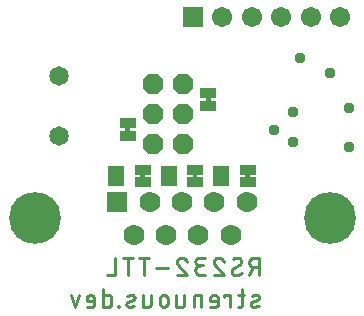
<source format=gbr>
G04 EAGLE Gerber RS-274X export*
G75*
%MOMM*%
%FSLAX34Y34*%
%LPD*%
%INSoldermask Bottom*%
%IPPOS*%
%AMOC8*
5,1,8,0,0,1.08239X$1,22.5*%
G01*
G04 Define Apertures*
%ADD10C,0.279400*%
%ADD11R,1.763200X1.763200*%
%ADD12C,1.763200*%
%ADD13C,4.389200*%
%ADD14P,1.8695X8X292.5*%
%ADD15C,1.653200*%
%ADD16R,1.473200X0.863600*%
%ADD17R,1.473200X0.838200*%
%ADD18C,1.711200*%
%ADD19R,1.711200X1.711200*%
%ADD20C,0.959600*%
G36*
X113983Y168116D02*
X113983Y173196D01*
X117793Y173196D01*
X117793Y168116D01*
X113983Y168116D01*
G37*
G36*
X126683Y128429D02*
X126683Y133509D01*
X130493Y133509D01*
X130493Y128429D01*
X126683Y128429D01*
G37*
G36*
X171133Y128429D02*
X171133Y133509D01*
X174943Y133509D01*
X174943Y128429D01*
X171133Y128429D01*
G37*
G36*
X186055Y198596D02*
X186055Y193516D01*
X182245Y193516D01*
X182245Y198596D01*
X186055Y198596D01*
G37*
G36*
X215583Y128429D02*
X215583Y133509D01*
X219393Y133509D01*
X219393Y128429D01*
X215583Y128429D01*
G37*
D10*
X227203Y47117D02*
X227203Y62103D01*
X223040Y62103D01*
X222912Y62101D01*
X222784Y62095D01*
X222656Y62085D01*
X222528Y62071D01*
X222401Y62054D01*
X222275Y62032D01*
X222149Y62007D01*
X222025Y61977D01*
X221901Y61944D01*
X221778Y61907D01*
X221656Y61866D01*
X221536Y61822D01*
X221417Y61774D01*
X221300Y61722D01*
X221184Y61667D01*
X221071Y61608D01*
X220959Y61545D01*
X220848Y61479D01*
X220741Y61410D01*
X220635Y61338D01*
X220531Y61262D01*
X220430Y61183D01*
X220331Y61101D01*
X220235Y61016D01*
X220142Y60929D01*
X220051Y60838D01*
X219964Y60745D01*
X219879Y60649D01*
X219797Y60550D01*
X219718Y60449D01*
X219642Y60345D01*
X219570Y60239D01*
X219501Y60132D01*
X219435Y60022D01*
X219372Y59909D01*
X219313Y59796D01*
X219258Y59680D01*
X219206Y59563D01*
X219158Y59444D01*
X219114Y59324D01*
X219073Y59202D01*
X219036Y59079D01*
X219003Y58955D01*
X218973Y58831D01*
X218948Y58705D01*
X218926Y58579D01*
X218909Y58452D01*
X218895Y58324D01*
X218885Y58196D01*
X218879Y58068D01*
X218877Y57940D01*
X218879Y57812D01*
X218885Y57684D01*
X218895Y57556D01*
X218909Y57428D01*
X218926Y57301D01*
X218948Y57175D01*
X218973Y57049D01*
X219003Y56925D01*
X219036Y56801D01*
X219073Y56678D01*
X219114Y56556D01*
X219158Y56436D01*
X219206Y56317D01*
X219258Y56200D01*
X219313Y56084D01*
X219372Y55971D01*
X219435Y55859D01*
X219501Y55748D01*
X219570Y55641D01*
X219642Y55535D01*
X219718Y55431D01*
X219797Y55330D01*
X219879Y55231D01*
X219964Y55135D01*
X220051Y55042D01*
X220142Y54951D01*
X220235Y54864D01*
X220331Y54779D01*
X220430Y54697D01*
X220531Y54618D01*
X220635Y54542D01*
X220741Y54470D01*
X220848Y54401D01*
X220958Y54335D01*
X221071Y54272D01*
X221184Y54213D01*
X221300Y54158D01*
X221417Y54106D01*
X221536Y54058D01*
X221656Y54014D01*
X221778Y53973D01*
X221901Y53936D01*
X222025Y53903D01*
X222149Y53873D01*
X222275Y53848D01*
X222401Y53826D01*
X222528Y53809D01*
X222656Y53795D01*
X222784Y53785D01*
X222912Y53779D01*
X223040Y53777D01*
X227203Y53777D01*
X222208Y53777D02*
X218877Y47117D01*
X207236Y47117D02*
X207122Y47119D01*
X207009Y47125D01*
X206895Y47134D01*
X206783Y47148D01*
X206670Y47165D01*
X206558Y47187D01*
X206448Y47212D01*
X206338Y47240D01*
X206229Y47273D01*
X206121Y47309D01*
X206014Y47349D01*
X205909Y47393D01*
X205806Y47440D01*
X205704Y47490D01*
X205604Y47544D01*
X205506Y47602D01*
X205410Y47663D01*
X205316Y47726D01*
X205224Y47794D01*
X205134Y47864D01*
X205048Y47937D01*
X204963Y48013D01*
X204881Y48092D01*
X204802Y48174D01*
X204726Y48259D01*
X204653Y48345D01*
X204583Y48435D01*
X204515Y48527D01*
X204452Y48621D01*
X204391Y48717D01*
X204333Y48815D01*
X204279Y48915D01*
X204229Y49017D01*
X204182Y49120D01*
X204138Y49225D01*
X204098Y49332D01*
X204062Y49440D01*
X204029Y49549D01*
X204001Y49659D01*
X203976Y49769D01*
X203954Y49881D01*
X203937Y49994D01*
X203923Y50106D01*
X203914Y50220D01*
X203908Y50333D01*
X203906Y50447D01*
X207236Y47117D02*
X207404Y47119D01*
X207573Y47125D01*
X207741Y47135D01*
X207908Y47149D01*
X208076Y47167D01*
X208242Y47189D01*
X208409Y47215D01*
X208574Y47245D01*
X208739Y47279D01*
X208903Y47317D01*
X209066Y47359D01*
X209228Y47405D01*
X209389Y47455D01*
X209549Y47508D01*
X209707Y47565D01*
X209864Y47626D01*
X210019Y47691D01*
X210173Y47759D01*
X210325Y47832D01*
X210475Y47907D01*
X210624Y47987D01*
X210770Y48069D01*
X210915Y48156D01*
X211057Y48245D01*
X211198Y48338D01*
X211336Y48435D01*
X211471Y48535D01*
X211604Y48638D01*
X211735Y48744D01*
X211863Y48853D01*
X211989Y48965D01*
X212111Y49080D01*
X212231Y49198D01*
X211814Y58773D02*
X211812Y58887D01*
X211806Y59000D01*
X211797Y59114D01*
X211783Y59226D01*
X211766Y59339D01*
X211744Y59451D01*
X211719Y59561D01*
X211691Y59671D01*
X211658Y59780D01*
X211622Y59888D01*
X211582Y59995D01*
X211538Y60100D01*
X211491Y60203D01*
X211441Y60305D01*
X211387Y60405D01*
X211329Y60503D01*
X211268Y60599D01*
X211205Y60693D01*
X211137Y60785D01*
X211067Y60875D01*
X210994Y60961D01*
X210918Y61046D01*
X210839Y61128D01*
X210757Y61207D01*
X210672Y61283D01*
X210586Y61356D01*
X210496Y61426D01*
X210404Y61494D01*
X210310Y61557D01*
X210214Y61618D01*
X210116Y61676D01*
X210016Y61730D01*
X209914Y61780D01*
X209811Y61827D01*
X209706Y61871D01*
X209599Y61911D01*
X209491Y61947D01*
X209382Y61980D01*
X209272Y62008D01*
X209162Y62033D01*
X209050Y62055D01*
X208937Y62072D01*
X208825Y62086D01*
X208711Y62095D01*
X208598Y62101D01*
X208484Y62103D01*
X208329Y62101D01*
X208175Y62095D01*
X208021Y62086D01*
X207867Y62072D01*
X207713Y62055D01*
X207560Y62034D01*
X207408Y62010D01*
X207256Y61981D01*
X207105Y61949D01*
X206954Y61913D01*
X206805Y61873D01*
X206657Y61830D01*
X206509Y61783D01*
X206363Y61732D01*
X206219Y61678D01*
X206075Y61620D01*
X205934Y61558D01*
X205793Y61494D01*
X205655Y61425D01*
X205518Y61354D01*
X205383Y61278D01*
X205250Y61200D01*
X205118Y61118D01*
X204989Y61033D01*
X204862Y60945D01*
X204738Y60854D01*
X210149Y55859D02*
X210246Y55918D01*
X210340Y55981D01*
X210433Y56046D01*
X210523Y56115D01*
X210611Y56186D01*
X210696Y56261D01*
X210779Y56338D01*
X210859Y56418D01*
X210937Y56500D01*
X211011Y56586D01*
X211083Y56673D01*
X211152Y56763D01*
X211218Y56855D01*
X211280Y56950D01*
X211340Y57046D01*
X211396Y57144D01*
X211449Y57245D01*
X211498Y57347D01*
X211544Y57450D01*
X211587Y57555D01*
X211626Y57661D01*
X211662Y57769D01*
X211693Y57878D01*
X211721Y57987D01*
X211746Y58098D01*
X211767Y58209D01*
X211784Y58321D01*
X211797Y58434D01*
X211806Y58547D01*
X211812Y58660D01*
X211814Y58773D01*
X205571Y53361D02*
X205474Y53302D01*
X205380Y53239D01*
X205287Y53174D01*
X205197Y53105D01*
X205109Y53034D01*
X205024Y52959D01*
X204941Y52882D01*
X204861Y52802D01*
X204783Y52720D01*
X204709Y52634D01*
X204637Y52547D01*
X204568Y52457D01*
X204502Y52365D01*
X204440Y52270D01*
X204380Y52174D01*
X204324Y52076D01*
X204271Y51975D01*
X204222Y51873D01*
X204176Y51770D01*
X204133Y51665D01*
X204094Y51559D01*
X204058Y51451D01*
X204027Y51342D01*
X203999Y51233D01*
X203974Y51122D01*
X203953Y51011D01*
X203936Y50899D01*
X203923Y50786D01*
X203914Y50673D01*
X203908Y50560D01*
X203906Y50447D01*
X205570Y53361D02*
X210150Y55859D01*
X192542Y62104D02*
X192422Y62102D01*
X192302Y62096D01*
X192182Y62087D01*
X192063Y62073D01*
X191944Y62056D01*
X191826Y62035D01*
X191708Y62010D01*
X191592Y61981D01*
X191476Y61949D01*
X191361Y61913D01*
X191248Y61873D01*
X191136Y61830D01*
X191025Y61783D01*
X190916Y61733D01*
X190809Y61679D01*
X190703Y61622D01*
X190600Y61561D01*
X190498Y61497D01*
X190398Y61430D01*
X190301Y61360D01*
X190206Y61287D01*
X190113Y61210D01*
X190023Y61131D01*
X189935Y61049D01*
X189850Y60964D01*
X189768Y60876D01*
X189689Y60786D01*
X189612Y60693D01*
X189539Y60598D01*
X189469Y60501D01*
X189402Y60401D01*
X189338Y60299D01*
X189277Y60196D01*
X189220Y60090D01*
X189166Y59983D01*
X189116Y59874D01*
X189069Y59763D01*
X189026Y59651D01*
X188986Y59538D01*
X188950Y59423D01*
X188918Y59307D01*
X188889Y59191D01*
X188864Y59073D01*
X188843Y58955D01*
X188826Y58836D01*
X188812Y58717D01*
X188803Y58597D01*
X188797Y58477D01*
X188795Y58357D01*
X192542Y62103D02*
X192680Y62101D01*
X192817Y62095D01*
X192954Y62085D01*
X193091Y62072D01*
X193227Y62054D01*
X193363Y62032D01*
X193499Y62007D01*
X193633Y61978D01*
X193766Y61945D01*
X193899Y61908D01*
X194030Y61867D01*
X194161Y61823D01*
X194289Y61775D01*
X194417Y61723D01*
X194543Y61667D01*
X194667Y61608D01*
X194790Y61546D01*
X194910Y61480D01*
X195029Y61411D01*
X195146Y61338D01*
X195261Y61262D01*
X195373Y61182D01*
X195483Y61100D01*
X195591Y61014D01*
X195696Y60926D01*
X195798Y60834D01*
X195898Y60740D01*
X195996Y60642D01*
X196090Y60542D01*
X196182Y60439D01*
X196270Y60334D01*
X196355Y60226D01*
X196438Y60116D01*
X196517Y60004D01*
X196593Y59889D01*
X196666Y59772D01*
X196735Y59653D01*
X196801Y59533D01*
X196863Y59410D01*
X196922Y59286D01*
X196977Y59160D01*
X197029Y59032D01*
X197077Y58903D01*
X197121Y58773D01*
X190044Y55443D02*
X189954Y55531D01*
X189868Y55622D01*
X189784Y55715D01*
X189703Y55811D01*
X189625Y55909D01*
X189551Y56009D01*
X189479Y56112D01*
X189411Y56217D01*
X189346Y56325D01*
X189284Y56434D01*
X189226Y56545D01*
X189171Y56658D01*
X189120Y56772D01*
X189073Y56888D01*
X189029Y57005D01*
X188989Y57124D01*
X188952Y57244D01*
X188919Y57365D01*
X188890Y57487D01*
X188865Y57609D01*
X188844Y57733D01*
X188826Y57857D01*
X188813Y57982D01*
X188803Y58107D01*
X188797Y58232D01*
X188795Y58357D01*
X190044Y55443D02*
X197121Y47117D01*
X188795Y47117D01*
X181489Y47117D02*
X177327Y47117D01*
X177199Y47119D01*
X177071Y47125D01*
X176943Y47135D01*
X176815Y47149D01*
X176688Y47166D01*
X176562Y47188D01*
X176436Y47213D01*
X176312Y47243D01*
X176188Y47276D01*
X176065Y47313D01*
X175943Y47354D01*
X175823Y47398D01*
X175704Y47446D01*
X175587Y47498D01*
X175471Y47553D01*
X175358Y47612D01*
X175245Y47675D01*
X175135Y47741D01*
X175028Y47810D01*
X174922Y47882D01*
X174818Y47958D01*
X174717Y48037D01*
X174618Y48119D01*
X174522Y48204D01*
X174429Y48291D01*
X174338Y48382D01*
X174251Y48475D01*
X174166Y48571D01*
X174084Y48670D01*
X174005Y48771D01*
X173929Y48875D01*
X173857Y48981D01*
X173788Y49088D01*
X173722Y49199D01*
X173659Y49311D01*
X173600Y49424D01*
X173545Y49540D01*
X173493Y49657D01*
X173445Y49776D01*
X173401Y49896D01*
X173360Y50018D01*
X173323Y50141D01*
X173290Y50265D01*
X173260Y50389D01*
X173235Y50515D01*
X173213Y50641D01*
X173196Y50768D01*
X173182Y50896D01*
X173172Y51024D01*
X173166Y51152D01*
X173164Y51280D01*
X173166Y51408D01*
X173172Y51536D01*
X173182Y51664D01*
X173196Y51792D01*
X173213Y51919D01*
X173235Y52045D01*
X173260Y52171D01*
X173290Y52295D01*
X173323Y52419D01*
X173360Y52542D01*
X173401Y52664D01*
X173445Y52784D01*
X173493Y52903D01*
X173545Y53020D01*
X173600Y53136D01*
X173659Y53249D01*
X173722Y53362D01*
X173788Y53472D01*
X173857Y53579D01*
X173929Y53685D01*
X174005Y53789D01*
X174084Y53890D01*
X174166Y53989D01*
X174251Y54085D01*
X174338Y54178D01*
X174429Y54269D01*
X174522Y54356D01*
X174618Y54441D01*
X174717Y54523D01*
X174818Y54602D01*
X174922Y54678D01*
X175028Y54750D01*
X175135Y54819D01*
X175246Y54885D01*
X175358Y54948D01*
X175471Y55007D01*
X175587Y55062D01*
X175704Y55114D01*
X175823Y55162D01*
X175943Y55206D01*
X176065Y55247D01*
X176188Y55284D01*
X176312Y55317D01*
X176436Y55347D01*
X176562Y55372D01*
X176688Y55394D01*
X176815Y55411D01*
X176943Y55425D01*
X177071Y55435D01*
X177199Y55441D01*
X177327Y55443D01*
X176494Y62103D02*
X181489Y62103D01*
X176494Y62103D02*
X176380Y62101D01*
X176267Y62095D01*
X176153Y62086D01*
X176041Y62072D01*
X175928Y62055D01*
X175816Y62033D01*
X175706Y62008D01*
X175596Y61980D01*
X175487Y61947D01*
X175379Y61911D01*
X175272Y61871D01*
X175167Y61827D01*
X175064Y61780D01*
X174962Y61730D01*
X174862Y61676D01*
X174764Y61618D01*
X174668Y61557D01*
X174574Y61494D01*
X174482Y61426D01*
X174392Y61356D01*
X174306Y61283D01*
X174221Y61207D01*
X174139Y61128D01*
X174060Y61046D01*
X173984Y60961D01*
X173911Y60875D01*
X173841Y60785D01*
X173773Y60693D01*
X173710Y60599D01*
X173649Y60503D01*
X173591Y60405D01*
X173537Y60305D01*
X173487Y60203D01*
X173440Y60100D01*
X173396Y59995D01*
X173356Y59888D01*
X173320Y59780D01*
X173287Y59671D01*
X173259Y59561D01*
X173234Y59451D01*
X173212Y59339D01*
X173195Y59226D01*
X173181Y59114D01*
X173172Y59000D01*
X173166Y58887D01*
X173164Y58773D01*
X173166Y58659D01*
X173172Y58546D01*
X173181Y58432D01*
X173195Y58320D01*
X173212Y58207D01*
X173234Y58095D01*
X173259Y57985D01*
X173287Y57875D01*
X173320Y57766D01*
X173356Y57658D01*
X173396Y57551D01*
X173440Y57446D01*
X173487Y57343D01*
X173537Y57241D01*
X173591Y57141D01*
X173649Y57043D01*
X173710Y56947D01*
X173773Y56853D01*
X173841Y56761D01*
X173911Y56671D01*
X173984Y56585D01*
X174060Y56500D01*
X174139Y56418D01*
X174221Y56339D01*
X174306Y56263D01*
X174392Y56190D01*
X174482Y56120D01*
X174574Y56052D01*
X174668Y55989D01*
X174764Y55928D01*
X174862Y55870D01*
X174962Y55816D01*
X175064Y55766D01*
X175167Y55719D01*
X175272Y55675D01*
X175379Y55635D01*
X175487Y55599D01*
X175596Y55566D01*
X175706Y55538D01*
X175816Y55513D01*
X175928Y55491D01*
X176041Y55474D01*
X176153Y55460D01*
X176267Y55451D01*
X176380Y55445D01*
X176494Y55443D01*
X179824Y55443D01*
X161279Y62104D02*
X161159Y62102D01*
X161039Y62096D01*
X160919Y62087D01*
X160800Y62073D01*
X160681Y62056D01*
X160563Y62035D01*
X160445Y62010D01*
X160329Y61981D01*
X160213Y61949D01*
X160098Y61913D01*
X159985Y61873D01*
X159873Y61830D01*
X159762Y61783D01*
X159653Y61733D01*
X159546Y61679D01*
X159440Y61622D01*
X159337Y61561D01*
X159235Y61497D01*
X159135Y61430D01*
X159038Y61360D01*
X158943Y61287D01*
X158850Y61210D01*
X158760Y61131D01*
X158672Y61049D01*
X158587Y60964D01*
X158505Y60876D01*
X158426Y60786D01*
X158349Y60693D01*
X158276Y60598D01*
X158206Y60501D01*
X158139Y60401D01*
X158075Y60299D01*
X158014Y60196D01*
X157957Y60090D01*
X157903Y59983D01*
X157853Y59874D01*
X157806Y59763D01*
X157763Y59651D01*
X157723Y59538D01*
X157687Y59423D01*
X157655Y59307D01*
X157626Y59191D01*
X157601Y59073D01*
X157580Y58955D01*
X157563Y58836D01*
X157549Y58717D01*
X157540Y58597D01*
X157534Y58477D01*
X157532Y58357D01*
X161279Y62103D02*
X161417Y62101D01*
X161554Y62095D01*
X161691Y62085D01*
X161828Y62072D01*
X161964Y62054D01*
X162100Y62032D01*
X162236Y62007D01*
X162370Y61978D01*
X162503Y61945D01*
X162636Y61908D01*
X162767Y61867D01*
X162898Y61823D01*
X163026Y61775D01*
X163154Y61723D01*
X163280Y61667D01*
X163404Y61608D01*
X163527Y61546D01*
X163647Y61480D01*
X163766Y61411D01*
X163883Y61338D01*
X163998Y61262D01*
X164110Y61182D01*
X164220Y61100D01*
X164328Y61014D01*
X164433Y60926D01*
X164535Y60834D01*
X164635Y60740D01*
X164733Y60642D01*
X164827Y60542D01*
X164919Y60439D01*
X165007Y60334D01*
X165092Y60226D01*
X165175Y60116D01*
X165254Y60004D01*
X165330Y59889D01*
X165403Y59772D01*
X165472Y59653D01*
X165538Y59533D01*
X165600Y59410D01*
X165659Y59286D01*
X165714Y59160D01*
X165766Y59032D01*
X165814Y58903D01*
X165858Y58773D01*
X158782Y55443D02*
X158692Y55531D01*
X158606Y55622D01*
X158522Y55715D01*
X158441Y55811D01*
X158363Y55909D01*
X158289Y56009D01*
X158217Y56112D01*
X158149Y56217D01*
X158084Y56325D01*
X158022Y56434D01*
X157964Y56545D01*
X157909Y56658D01*
X157858Y56772D01*
X157811Y56888D01*
X157767Y57005D01*
X157727Y57124D01*
X157690Y57244D01*
X157657Y57365D01*
X157628Y57487D01*
X157603Y57609D01*
X157582Y57733D01*
X157564Y57857D01*
X157551Y57982D01*
X157541Y58107D01*
X157535Y58232D01*
X157533Y58357D01*
X158782Y55443D02*
X165858Y47117D01*
X157533Y47117D01*
X150018Y52945D02*
X140027Y52945D01*
X129391Y47117D02*
X129391Y62103D01*
X133554Y62103D02*
X125228Y62103D01*
X115844Y62103D02*
X115844Y47117D01*
X120007Y62103D02*
X111681Y62103D01*
X104851Y62103D02*
X104851Y47117D01*
X98191Y47117D01*
X221375Y24610D02*
X225538Y26275D01*
X225538Y26274D02*
X225623Y26310D01*
X225706Y26350D01*
X225787Y26393D01*
X225867Y26440D01*
X225944Y26490D01*
X226020Y26543D01*
X226093Y26599D01*
X226163Y26659D01*
X226231Y26721D01*
X226296Y26786D01*
X226358Y26854D01*
X226418Y26925D01*
X226474Y26998D01*
X226527Y27073D01*
X226577Y27151D01*
X226623Y27230D01*
X226666Y27312D01*
X226706Y27395D01*
X226742Y27480D01*
X226774Y27566D01*
X226803Y27654D01*
X226827Y27743D01*
X226848Y27833D01*
X226865Y27923D01*
X226879Y28014D01*
X226888Y28106D01*
X226893Y28198D01*
X226895Y28290D01*
X226893Y28382D01*
X226886Y28474D01*
X226876Y28566D01*
X226862Y28657D01*
X226844Y28748D01*
X226822Y28837D01*
X226796Y28926D01*
X226766Y29013D01*
X226733Y29099D01*
X226696Y29183D01*
X226656Y29266D01*
X226612Y29347D01*
X226565Y29426D01*
X226514Y29503D01*
X226460Y29578D01*
X226403Y29651D01*
X226343Y29721D01*
X226280Y29788D01*
X226214Y29852D01*
X226146Y29914D01*
X226075Y29973D01*
X226001Y30028D01*
X225925Y30081D01*
X225847Y30130D01*
X225767Y30176D01*
X225686Y30218D01*
X225602Y30257D01*
X225517Y30292D01*
X225430Y30323D01*
X225342Y30351D01*
X225253Y30375D01*
X225163Y30395D01*
X225073Y30412D01*
X224981Y30424D01*
X224889Y30433D01*
X224797Y30437D01*
X224705Y30438D01*
X224478Y30432D01*
X224251Y30421D01*
X224024Y30404D01*
X223798Y30381D01*
X223572Y30354D01*
X223347Y30320D01*
X223123Y30282D01*
X222900Y30238D01*
X222678Y30189D01*
X222457Y30134D01*
X222238Y30074D01*
X222020Y30009D01*
X221804Y29938D01*
X221590Y29863D01*
X221377Y29782D01*
X221167Y29696D01*
X220958Y29605D01*
X221375Y24610D02*
X221290Y24574D01*
X221207Y24534D01*
X221126Y24491D01*
X221046Y24444D01*
X220969Y24394D01*
X220893Y24341D01*
X220820Y24285D01*
X220750Y24225D01*
X220682Y24163D01*
X220617Y24098D01*
X220555Y24030D01*
X220495Y23959D01*
X220439Y23886D01*
X220386Y23811D01*
X220336Y23733D01*
X220290Y23654D01*
X220247Y23572D01*
X220207Y23489D01*
X220171Y23404D01*
X220139Y23318D01*
X220110Y23230D01*
X220086Y23141D01*
X220065Y23051D01*
X220048Y22961D01*
X220034Y22870D01*
X220025Y22778D01*
X220020Y22686D01*
X220018Y22594D01*
X220020Y22502D01*
X220027Y22410D01*
X220037Y22318D01*
X220051Y22227D01*
X220069Y22136D01*
X220091Y22047D01*
X220117Y21958D01*
X220147Y21871D01*
X220180Y21785D01*
X220217Y21701D01*
X220257Y21618D01*
X220301Y21537D01*
X220348Y21458D01*
X220399Y21381D01*
X220453Y21306D01*
X220510Y21233D01*
X220570Y21163D01*
X220633Y21096D01*
X220699Y21032D01*
X220767Y20970D01*
X220838Y20911D01*
X220912Y20856D01*
X220988Y20803D01*
X221066Y20754D01*
X221146Y20708D01*
X221227Y20666D01*
X221311Y20627D01*
X221396Y20592D01*
X221483Y20561D01*
X221571Y20533D01*
X221660Y20509D01*
X221750Y20489D01*
X221840Y20472D01*
X221932Y20460D01*
X222024Y20451D01*
X222116Y20447D01*
X222208Y20446D01*
X222208Y20447D02*
X222542Y20456D01*
X222875Y20473D01*
X223208Y20497D01*
X223541Y20530D01*
X223872Y20570D01*
X224203Y20618D01*
X224532Y20674D01*
X224860Y20737D01*
X225186Y20809D01*
X225510Y20888D01*
X225833Y20974D01*
X226153Y21069D01*
X226471Y21171D01*
X226787Y21280D01*
X214666Y30438D02*
X209671Y30438D01*
X213001Y35433D02*
X213001Y22945D01*
X213002Y22945D02*
X213000Y22847D01*
X212994Y22749D01*
X212985Y22651D01*
X212971Y22554D01*
X212954Y22458D01*
X212933Y22362D01*
X212908Y22267D01*
X212880Y22173D01*
X212848Y22080D01*
X212812Y21989D01*
X212773Y21899D01*
X212730Y21811D01*
X212683Y21724D01*
X212634Y21640D01*
X212581Y21557D01*
X212525Y21477D01*
X212466Y21399D01*
X212404Y21323D01*
X212338Y21249D01*
X212270Y21179D01*
X212200Y21111D01*
X212126Y21046D01*
X212051Y20983D01*
X211972Y20924D01*
X211892Y20868D01*
X211809Y20815D01*
X211725Y20766D01*
X211638Y20719D01*
X211550Y20676D01*
X211460Y20637D01*
X211369Y20601D01*
X211276Y20569D01*
X211182Y20541D01*
X211087Y20516D01*
X210991Y20495D01*
X210895Y20478D01*
X210798Y20464D01*
X210700Y20455D01*
X210602Y20449D01*
X210504Y20447D01*
X209671Y20447D01*
X202691Y20447D02*
X202691Y30438D01*
X197696Y30438D01*
X197696Y28773D01*
X189900Y20447D02*
X185738Y20447D01*
X189900Y20447D02*
X189998Y20449D01*
X190096Y20455D01*
X190194Y20464D01*
X190291Y20478D01*
X190387Y20495D01*
X190483Y20516D01*
X190578Y20541D01*
X190672Y20569D01*
X190765Y20601D01*
X190856Y20637D01*
X190946Y20676D01*
X191034Y20719D01*
X191121Y20766D01*
X191205Y20815D01*
X191288Y20868D01*
X191368Y20924D01*
X191447Y20983D01*
X191522Y21046D01*
X191596Y21111D01*
X191666Y21179D01*
X191734Y21249D01*
X191800Y21323D01*
X191862Y21399D01*
X191921Y21477D01*
X191977Y21557D01*
X192030Y21640D01*
X192080Y21724D01*
X192126Y21811D01*
X192169Y21899D01*
X192208Y21989D01*
X192244Y22080D01*
X192276Y22173D01*
X192304Y22267D01*
X192329Y22362D01*
X192350Y22458D01*
X192367Y22554D01*
X192381Y22651D01*
X192390Y22749D01*
X192396Y22847D01*
X192398Y22945D01*
X192398Y27107D01*
X192396Y27221D01*
X192390Y27334D01*
X192381Y27448D01*
X192367Y27560D01*
X192350Y27673D01*
X192328Y27785D01*
X192303Y27895D01*
X192275Y28005D01*
X192242Y28114D01*
X192206Y28222D01*
X192166Y28329D01*
X192122Y28434D01*
X192075Y28537D01*
X192025Y28639D01*
X191971Y28739D01*
X191913Y28837D01*
X191852Y28933D01*
X191789Y29027D01*
X191721Y29119D01*
X191651Y29209D01*
X191578Y29295D01*
X191502Y29380D01*
X191423Y29462D01*
X191341Y29541D01*
X191256Y29617D01*
X191170Y29690D01*
X191080Y29760D01*
X190988Y29828D01*
X190894Y29891D01*
X190798Y29952D01*
X190700Y30010D01*
X190600Y30064D01*
X190498Y30114D01*
X190395Y30161D01*
X190290Y30205D01*
X190183Y30245D01*
X190075Y30281D01*
X189966Y30314D01*
X189856Y30342D01*
X189746Y30367D01*
X189634Y30389D01*
X189521Y30406D01*
X189409Y30420D01*
X189295Y30429D01*
X189182Y30435D01*
X189068Y30437D01*
X188954Y30435D01*
X188841Y30429D01*
X188727Y30420D01*
X188615Y30406D01*
X188502Y30389D01*
X188390Y30367D01*
X188280Y30342D01*
X188170Y30314D01*
X188061Y30281D01*
X187953Y30245D01*
X187846Y30205D01*
X187741Y30161D01*
X187638Y30114D01*
X187536Y30064D01*
X187436Y30010D01*
X187338Y29952D01*
X187242Y29891D01*
X187148Y29828D01*
X187056Y29760D01*
X186966Y29690D01*
X186880Y29617D01*
X186795Y29541D01*
X186713Y29462D01*
X186634Y29380D01*
X186558Y29295D01*
X186485Y29209D01*
X186415Y29119D01*
X186347Y29027D01*
X186284Y28933D01*
X186223Y28837D01*
X186165Y28739D01*
X186111Y28639D01*
X186061Y28537D01*
X186014Y28434D01*
X185970Y28329D01*
X185930Y28222D01*
X185894Y28114D01*
X185861Y28005D01*
X185833Y27895D01*
X185808Y27785D01*
X185786Y27673D01*
X185769Y27560D01*
X185755Y27448D01*
X185746Y27334D01*
X185740Y27221D01*
X185738Y27107D01*
X185738Y25442D01*
X192398Y25442D01*
X178330Y20447D02*
X178330Y30438D01*
X174167Y30438D01*
X174069Y30436D01*
X173971Y30430D01*
X173873Y30421D01*
X173776Y30407D01*
X173680Y30390D01*
X173584Y30369D01*
X173489Y30344D01*
X173395Y30316D01*
X173302Y30284D01*
X173211Y30248D01*
X173121Y30209D01*
X173033Y30166D01*
X172946Y30120D01*
X172862Y30070D01*
X172779Y30017D01*
X172699Y29961D01*
X172621Y29902D01*
X172545Y29840D01*
X172471Y29774D01*
X172401Y29706D01*
X172333Y29636D01*
X172268Y29562D01*
X172205Y29487D01*
X172146Y29408D01*
X172090Y29328D01*
X172037Y29245D01*
X171988Y29161D01*
X171941Y29074D01*
X171898Y28986D01*
X171859Y28896D01*
X171823Y28805D01*
X171791Y28712D01*
X171763Y28618D01*
X171738Y28523D01*
X171717Y28427D01*
X171700Y28331D01*
X171686Y28234D01*
X171677Y28136D01*
X171671Y28038D01*
X171669Y27940D01*
X171669Y20447D01*
X163741Y22945D02*
X163741Y30438D01*
X163741Y22945D02*
X163739Y22847D01*
X163733Y22749D01*
X163724Y22651D01*
X163710Y22554D01*
X163693Y22458D01*
X163672Y22362D01*
X163647Y22267D01*
X163619Y22173D01*
X163587Y22080D01*
X163551Y21989D01*
X163512Y21899D01*
X163469Y21811D01*
X163422Y21724D01*
X163373Y21640D01*
X163320Y21557D01*
X163264Y21477D01*
X163205Y21399D01*
X163143Y21323D01*
X163077Y21249D01*
X163009Y21179D01*
X162939Y21111D01*
X162865Y21046D01*
X162790Y20983D01*
X162711Y20924D01*
X162631Y20868D01*
X162548Y20815D01*
X162464Y20766D01*
X162377Y20719D01*
X162289Y20676D01*
X162199Y20637D01*
X162108Y20601D01*
X162015Y20569D01*
X161921Y20541D01*
X161826Y20516D01*
X161730Y20495D01*
X161634Y20478D01*
X161537Y20464D01*
X161439Y20455D01*
X161341Y20449D01*
X161243Y20447D01*
X157080Y20447D01*
X157080Y30438D01*
X149673Y27107D02*
X149673Y23777D01*
X149672Y27107D02*
X149670Y27221D01*
X149664Y27334D01*
X149655Y27448D01*
X149641Y27560D01*
X149624Y27673D01*
X149602Y27785D01*
X149577Y27895D01*
X149549Y28005D01*
X149516Y28114D01*
X149480Y28222D01*
X149440Y28329D01*
X149396Y28434D01*
X149349Y28537D01*
X149299Y28639D01*
X149245Y28739D01*
X149187Y28837D01*
X149126Y28933D01*
X149063Y29027D01*
X148995Y29119D01*
X148925Y29209D01*
X148852Y29295D01*
X148776Y29380D01*
X148697Y29462D01*
X148615Y29541D01*
X148530Y29617D01*
X148444Y29690D01*
X148354Y29760D01*
X148262Y29828D01*
X148168Y29891D01*
X148072Y29952D01*
X147974Y30010D01*
X147874Y30064D01*
X147772Y30114D01*
X147669Y30161D01*
X147564Y30205D01*
X147457Y30245D01*
X147349Y30281D01*
X147240Y30314D01*
X147130Y30342D01*
X147020Y30367D01*
X146908Y30389D01*
X146795Y30406D01*
X146683Y30420D01*
X146569Y30429D01*
X146456Y30435D01*
X146342Y30437D01*
X146228Y30435D01*
X146115Y30429D01*
X146001Y30420D01*
X145889Y30406D01*
X145776Y30389D01*
X145664Y30367D01*
X145554Y30342D01*
X145444Y30314D01*
X145335Y30281D01*
X145227Y30245D01*
X145120Y30205D01*
X145015Y30161D01*
X144912Y30114D01*
X144810Y30064D01*
X144710Y30010D01*
X144612Y29952D01*
X144516Y29891D01*
X144422Y29828D01*
X144330Y29760D01*
X144240Y29690D01*
X144154Y29617D01*
X144069Y29541D01*
X143987Y29462D01*
X143908Y29380D01*
X143832Y29295D01*
X143759Y29209D01*
X143689Y29119D01*
X143621Y29027D01*
X143558Y28933D01*
X143497Y28837D01*
X143439Y28739D01*
X143385Y28639D01*
X143335Y28537D01*
X143288Y28434D01*
X143244Y28329D01*
X143204Y28222D01*
X143168Y28114D01*
X143135Y28005D01*
X143107Y27895D01*
X143082Y27785D01*
X143060Y27673D01*
X143043Y27560D01*
X143029Y27448D01*
X143020Y27334D01*
X143014Y27221D01*
X143012Y27107D01*
X143012Y23777D01*
X143014Y23663D01*
X143020Y23550D01*
X143029Y23436D01*
X143043Y23324D01*
X143060Y23211D01*
X143082Y23099D01*
X143107Y22989D01*
X143135Y22879D01*
X143168Y22770D01*
X143204Y22662D01*
X143244Y22555D01*
X143288Y22450D01*
X143335Y22347D01*
X143385Y22245D01*
X143439Y22145D01*
X143497Y22047D01*
X143558Y21951D01*
X143621Y21857D01*
X143689Y21765D01*
X143759Y21675D01*
X143832Y21589D01*
X143908Y21504D01*
X143987Y21422D01*
X144069Y21343D01*
X144154Y21267D01*
X144240Y21194D01*
X144330Y21124D01*
X144422Y21056D01*
X144516Y20993D01*
X144612Y20932D01*
X144710Y20874D01*
X144810Y20820D01*
X144912Y20770D01*
X145015Y20723D01*
X145120Y20679D01*
X145227Y20639D01*
X145335Y20603D01*
X145444Y20570D01*
X145554Y20542D01*
X145664Y20517D01*
X145776Y20495D01*
X145889Y20478D01*
X146001Y20464D01*
X146115Y20455D01*
X146228Y20449D01*
X146342Y20447D01*
X146456Y20449D01*
X146569Y20455D01*
X146683Y20464D01*
X146795Y20478D01*
X146908Y20495D01*
X147020Y20517D01*
X147130Y20542D01*
X147240Y20570D01*
X147349Y20603D01*
X147457Y20639D01*
X147564Y20679D01*
X147669Y20723D01*
X147772Y20770D01*
X147874Y20820D01*
X147974Y20874D01*
X148072Y20932D01*
X148168Y20993D01*
X148262Y21056D01*
X148354Y21124D01*
X148444Y21194D01*
X148530Y21267D01*
X148615Y21343D01*
X148697Y21422D01*
X148776Y21504D01*
X148852Y21589D01*
X148925Y21675D01*
X148995Y21765D01*
X149063Y21857D01*
X149126Y21951D01*
X149187Y22047D01*
X149245Y22145D01*
X149299Y22245D01*
X149349Y22347D01*
X149396Y22450D01*
X149440Y22555D01*
X149480Y22662D01*
X149516Y22770D01*
X149549Y22879D01*
X149577Y22989D01*
X149602Y23099D01*
X149624Y23211D01*
X149641Y23324D01*
X149655Y23436D01*
X149664Y23550D01*
X149670Y23663D01*
X149672Y23777D01*
X135605Y22945D02*
X135605Y30438D01*
X135605Y22945D02*
X135603Y22847D01*
X135597Y22749D01*
X135588Y22651D01*
X135574Y22554D01*
X135557Y22458D01*
X135536Y22362D01*
X135511Y22267D01*
X135483Y22173D01*
X135451Y22080D01*
X135415Y21989D01*
X135376Y21899D01*
X135333Y21811D01*
X135286Y21724D01*
X135237Y21640D01*
X135184Y21557D01*
X135128Y21477D01*
X135069Y21399D01*
X135007Y21323D01*
X134941Y21249D01*
X134873Y21179D01*
X134803Y21111D01*
X134729Y21046D01*
X134654Y20983D01*
X134575Y20924D01*
X134495Y20868D01*
X134412Y20815D01*
X134328Y20766D01*
X134241Y20719D01*
X134153Y20676D01*
X134063Y20637D01*
X133972Y20601D01*
X133879Y20569D01*
X133785Y20541D01*
X133690Y20516D01*
X133594Y20495D01*
X133498Y20478D01*
X133401Y20464D01*
X133303Y20455D01*
X133205Y20449D01*
X133107Y20447D01*
X128944Y20447D01*
X128944Y30438D01*
X120288Y26275D02*
X116125Y24610D01*
X120288Y26274D02*
X120373Y26310D01*
X120456Y26350D01*
X120537Y26393D01*
X120617Y26440D01*
X120694Y26490D01*
X120770Y26543D01*
X120843Y26599D01*
X120913Y26659D01*
X120981Y26721D01*
X121046Y26786D01*
X121108Y26854D01*
X121168Y26925D01*
X121224Y26998D01*
X121277Y27073D01*
X121327Y27151D01*
X121373Y27230D01*
X121416Y27312D01*
X121456Y27395D01*
X121492Y27480D01*
X121524Y27566D01*
X121553Y27654D01*
X121577Y27743D01*
X121598Y27833D01*
X121615Y27923D01*
X121629Y28014D01*
X121638Y28106D01*
X121643Y28198D01*
X121645Y28290D01*
X121643Y28382D01*
X121636Y28474D01*
X121626Y28566D01*
X121612Y28657D01*
X121594Y28748D01*
X121572Y28837D01*
X121546Y28926D01*
X121516Y29013D01*
X121483Y29099D01*
X121446Y29183D01*
X121406Y29266D01*
X121362Y29347D01*
X121315Y29426D01*
X121264Y29503D01*
X121210Y29578D01*
X121153Y29651D01*
X121093Y29721D01*
X121030Y29788D01*
X120964Y29852D01*
X120896Y29914D01*
X120825Y29973D01*
X120751Y30028D01*
X120675Y30081D01*
X120597Y30130D01*
X120517Y30176D01*
X120436Y30218D01*
X120352Y30257D01*
X120267Y30292D01*
X120180Y30323D01*
X120092Y30351D01*
X120003Y30375D01*
X119913Y30395D01*
X119823Y30412D01*
X119731Y30424D01*
X119639Y30433D01*
X119547Y30437D01*
X119455Y30438D01*
X119228Y30432D01*
X119001Y30421D01*
X118774Y30404D01*
X118548Y30381D01*
X118322Y30354D01*
X118097Y30320D01*
X117873Y30282D01*
X117650Y30238D01*
X117428Y30189D01*
X117207Y30134D01*
X116988Y30074D01*
X116770Y30009D01*
X116554Y29938D01*
X116340Y29863D01*
X116127Y29782D01*
X115917Y29696D01*
X115708Y29605D01*
X116125Y24610D02*
X116040Y24574D01*
X115957Y24534D01*
X115876Y24491D01*
X115796Y24444D01*
X115719Y24394D01*
X115643Y24341D01*
X115570Y24285D01*
X115500Y24225D01*
X115432Y24163D01*
X115367Y24098D01*
X115305Y24030D01*
X115245Y23959D01*
X115189Y23886D01*
X115136Y23811D01*
X115086Y23733D01*
X115040Y23654D01*
X114997Y23572D01*
X114957Y23489D01*
X114921Y23404D01*
X114889Y23318D01*
X114860Y23230D01*
X114836Y23141D01*
X114815Y23051D01*
X114798Y22961D01*
X114784Y22870D01*
X114775Y22778D01*
X114770Y22686D01*
X114768Y22594D01*
X114770Y22502D01*
X114777Y22410D01*
X114787Y22318D01*
X114801Y22227D01*
X114819Y22136D01*
X114841Y22047D01*
X114867Y21958D01*
X114897Y21871D01*
X114930Y21785D01*
X114967Y21701D01*
X115007Y21618D01*
X115051Y21537D01*
X115098Y21458D01*
X115149Y21381D01*
X115203Y21306D01*
X115260Y21233D01*
X115320Y21163D01*
X115383Y21096D01*
X115449Y21032D01*
X115517Y20970D01*
X115588Y20911D01*
X115662Y20856D01*
X115738Y20803D01*
X115816Y20754D01*
X115896Y20708D01*
X115977Y20666D01*
X116061Y20627D01*
X116146Y20592D01*
X116233Y20561D01*
X116321Y20533D01*
X116410Y20509D01*
X116500Y20489D01*
X116590Y20472D01*
X116682Y20460D01*
X116774Y20451D01*
X116866Y20447D01*
X116958Y20446D01*
X116958Y20447D02*
X117292Y20456D01*
X117625Y20473D01*
X117958Y20497D01*
X118291Y20530D01*
X118622Y20570D01*
X118953Y20618D01*
X119282Y20674D01*
X119610Y20737D01*
X119936Y20809D01*
X120260Y20888D01*
X120583Y20974D01*
X120903Y21069D01*
X121221Y21171D01*
X121537Y21280D01*
X108723Y21280D02*
X108723Y20447D01*
X108723Y21280D02*
X107890Y21280D01*
X107890Y20447D01*
X108723Y20447D01*
X95187Y20447D02*
X95187Y35433D01*
X95187Y20447D02*
X99350Y20447D01*
X99448Y20449D01*
X99546Y20455D01*
X99644Y20464D01*
X99741Y20478D01*
X99837Y20495D01*
X99933Y20516D01*
X100028Y20541D01*
X100122Y20569D01*
X100215Y20601D01*
X100306Y20637D01*
X100396Y20676D01*
X100484Y20719D01*
X100571Y20766D01*
X100655Y20815D01*
X100738Y20868D01*
X100818Y20924D01*
X100897Y20983D01*
X100972Y21046D01*
X101046Y21111D01*
X101116Y21179D01*
X101184Y21249D01*
X101250Y21323D01*
X101312Y21399D01*
X101371Y21477D01*
X101427Y21557D01*
X101480Y21640D01*
X101530Y21724D01*
X101576Y21811D01*
X101619Y21899D01*
X101658Y21989D01*
X101694Y22080D01*
X101726Y22173D01*
X101754Y22267D01*
X101779Y22362D01*
X101800Y22458D01*
X101817Y22554D01*
X101831Y22651D01*
X101840Y22749D01*
X101846Y22847D01*
X101848Y22945D01*
X101847Y22945D02*
X101847Y27940D01*
X101848Y27940D02*
X101846Y28038D01*
X101840Y28136D01*
X101831Y28234D01*
X101817Y28331D01*
X101800Y28427D01*
X101779Y28523D01*
X101754Y28618D01*
X101726Y28712D01*
X101694Y28805D01*
X101658Y28896D01*
X101619Y28986D01*
X101576Y29074D01*
X101529Y29161D01*
X101480Y29245D01*
X101427Y29328D01*
X101371Y29408D01*
X101312Y29486D01*
X101249Y29562D01*
X101184Y29636D01*
X101116Y29706D01*
X101046Y29774D01*
X100972Y29839D01*
X100896Y29902D01*
X100818Y29961D01*
X100738Y30017D01*
X100655Y30070D01*
X100571Y30119D01*
X100484Y30166D01*
X100396Y30209D01*
X100306Y30248D01*
X100215Y30284D01*
X100122Y30316D01*
X100028Y30344D01*
X99933Y30369D01*
X99837Y30390D01*
X99741Y30407D01*
X99644Y30421D01*
X99546Y30430D01*
X99448Y30436D01*
X99350Y30438D01*
X95187Y30438D01*
X85171Y20447D02*
X81008Y20447D01*
X85171Y20447D02*
X85269Y20449D01*
X85367Y20455D01*
X85465Y20464D01*
X85562Y20478D01*
X85658Y20495D01*
X85754Y20516D01*
X85849Y20541D01*
X85943Y20569D01*
X86036Y20601D01*
X86127Y20637D01*
X86217Y20676D01*
X86305Y20719D01*
X86392Y20766D01*
X86476Y20815D01*
X86559Y20868D01*
X86639Y20924D01*
X86718Y20983D01*
X86793Y21046D01*
X86867Y21111D01*
X86937Y21179D01*
X87005Y21249D01*
X87071Y21323D01*
X87133Y21399D01*
X87192Y21477D01*
X87248Y21557D01*
X87301Y21640D01*
X87351Y21724D01*
X87397Y21811D01*
X87440Y21899D01*
X87479Y21989D01*
X87515Y22080D01*
X87547Y22173D01*
X87575Y22267D01*
X87600Y22362D01*
X87621Y22458D01*
X87638Y22554D01*
X87652Y22651D01*
X87661Y22749D01*
X87667Y22847D01*
X87669Y22945D01*
X87669Y27107D01*
X87667Y27221D01*
X87661Y27334D01*
X87652Y27448D01*
X87638Y27560D01*
X87621Y27673D01*
X87599Y27785D01*
X87574Y27895D01*
X87546Y28005D01*
X87513Y28114D01*
X87477Y28222D01*
X87437Y28329D01*
X87393Y28434D01*
X87346Y28537D01*
X87296Y28639D01*
X87242Y28739D01*
X87184Y28837D01*
X87123Y28933D01*
X87060Y29027D01*
X86992Y29119D01*
X86922Y29209D01*
X86849Y29295D01*
X86773Y29380D01*
X86694Y29462D01*
X86612Y29541D01*
X86527Y29617D01*
X86441Y29690D01*
X86351Y29760D01*
X86259Y29828D01*
X86165Y29891D01*
X86069Y29952D01*
X85971Y30010D01*
X85871Y30064D01*
X85769Y30114D01*
X85666Y30161D01*
X85561Y30205D01*
X85454Y30245D01*
X85346Y30281D01*
X85237Y30314D01*
X85127Y30342D01*
X85017Y30367D01*
X84905Y30389D01*
X84792Y30406D01*
X84680Y30420D01*
X84566Y30429D01*
X84453Y30435D01*
X84339Y30437D01*
X84225Y30435D01*
X84112Y30429D01*
X83998Y30420D01*
X83886Y30406D01*
X83773Y30389D01*
X83661Y30367D01*
X83551Y30342D01*
X83441Y30314D01*
X83332Y30281D01*
X83224Y30245D01*
X83117Y30205D01*
X83012Y30161D01*
X82909Y30114D01*
X82807Y30064D01*
X82707Y30010D01*
X82609Y29952D01*
X82513Y29891D01*
X82419Y29828D01*
X82327Y29760D01*
X82237Y29690D01*
X82151Y29617D01*
X82066Y29541D01*
X81984Y29462D01*
X81905Y29380D01*
X81829Y29295D01*
X81756Y29209D01*
X81686Y29119D01*
X81618Y29027D01*
X81555Y28933D01*
X81494Y28837D01*
X81436Y28739D01*
X81382Y28639D01*
X81332Y28537D01*
X81285Y28434D01*
X81241Y28329D01*
X81201Y28222D01*
X81165Y28114D01*
X81132Y28005D01*
X81104Y27895D01*
X81079Y27785D01*
X81057Y27673D01*
X81040Y27560D01*
X81026Y27448D01*
X81017Y27334D01*
X81011Y27221D01*
X81009Y27107D01*
X81008Y27107D02*
X81008Y25442D01*
X87669Y25442D01*
X74643Y30438D02*
X71313Y20447D01*
X67982Y30438D01*
D11*
X107156Y109538D03*
D12*
X134556Y109538D03*
X161956Y109538D03*
X189356Y109538D03*
X216756Y109538D03*
X120856Y81138D03*
X148256Y81138D03*
X175656Y81138D03*
X203056Y81138D03*
D13*
X286956Y95338D03*
X37056Y95338D03*
D14*
X137319Y208756D03*
X162719Y208756D03*
X137319Y183356D03*
X162719Y183356D03*
X137319Y157956D03*
X162719Y157956D03*
D15*
X57944Y215900D03*
X57944Y165100D03*
D16*
X128588Y136176D03*
X128588Y125762D03*
X173038Y136176D03*
X173038Y125762D03*
D17*
X150813Y135033D03*
X150813Y126905D03*
X195263Y135033D03*
X195263Y126905D03*
D16*
X217488Y136176D03*
X217488Y125762D03*
D17*
X106363Y135033D03*
X106363Y126905D03*
D16*
X184150Y190849D03*
X184150Y201263D03*
X115888Y175863D03*
X115888Y165449D03*
D18*
X220863Y265600D03*
X245863Y265600D03*
X195863Y265600D03*
D19*
X170863Y265600D03*
D18*
X270863Y265600D03*
X295863Y265600D03*
D20*
X239713Y169863D03*
X287338Y218281D03*
X255588Y160338D03*
X303213Y155575D03*
X255588Y185738D03*
X303213Y188913D03*
X261938Y230981D03*
M02*

</source>
